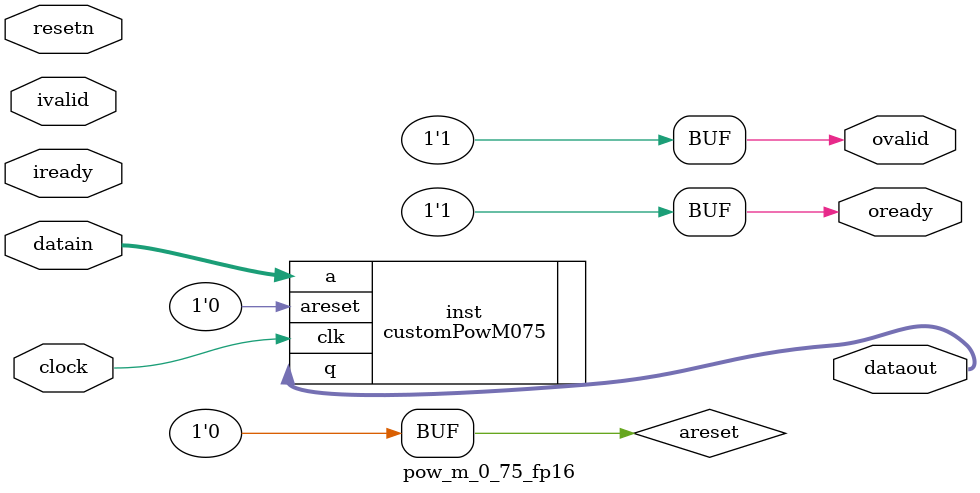
<source format=sv>




// synopsys translate_off
`timescale 1 ps / 1 ps
// synopsys translate_on

module pow_m_0_75_fp16 (

	input   clock,
	input   resetn,
	input   ivalid, 
	input   iready,
	output  ovalid, 
	output  oready,
	input   [15:0]  datain,
	output  [15:0]  dataout);
	
	
  assign ovalid = 1'b1;
  assign oready = 1'b1;
  // ivalid, iready, resetn are ignored
  
  reg areset;
  initial
  begin
    #0 areset = 1'b1;
    #5 areset = 1'b0;
  end  

	customPowM075	inst(
				.clk(clock),
				.areset(areset),
				.a (datain),
				.q (dataout));

endmodule

</source>
